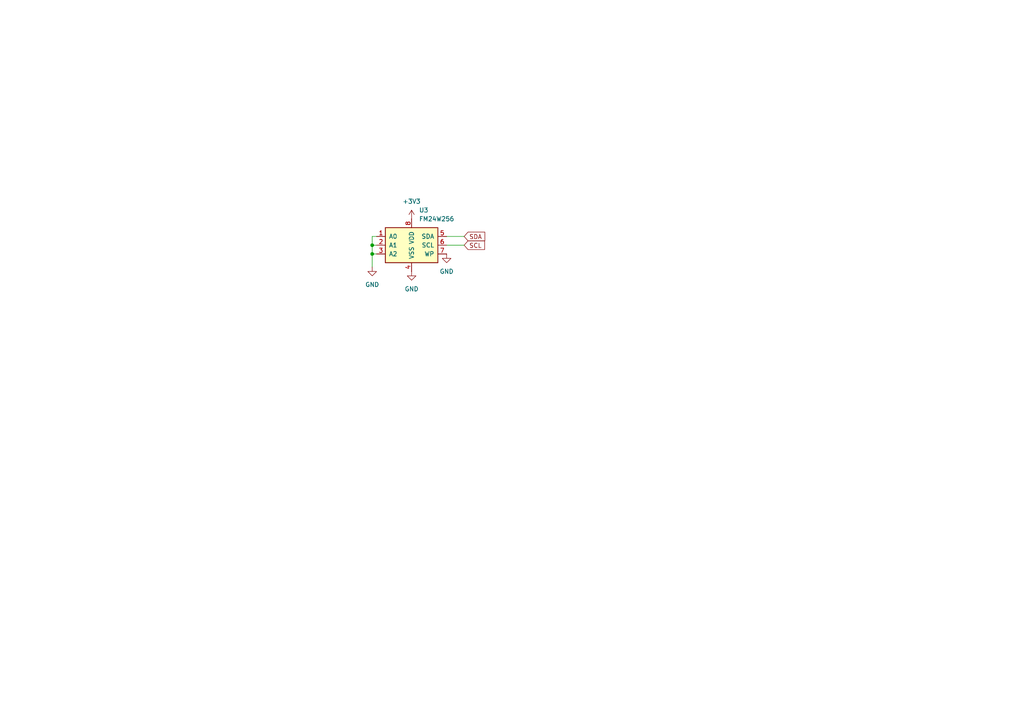
<source format=kicad_sch>
(kicad_sch
	(version 20250114)
	(generator "eeschema")
	(generator_version "9.0")
	(uuid "1cb0b0e5-893e-4ad3-ad17-ee882df57593")
	(paper "A4")
	(title_block
		(company "Astra Robotics")
	)
	(lib_symbols
		(symbol "Memory_NVRAM:FM24C64C"
			(pin_names
				(offset 1.016)
			)
			(exclude_from_sim no)
			(in_bom yes)
			(on_board yes)
			(property "Reference" "U"
				(at -5.08 8.89 0)
				(effects
					(font
						(size 1.27 1.27)
					)
				)
			)
			(property "Value" "FM24C64C"
				(at 6.35 -8.89 0)
				(effects
					(font
						(size 1.27 1.27)
					)
				)
			)
			(property "Footprint" "Package_SO:SOIC-8_3.9x4.9mm_P1.27mm"
				(at 0 0 0)
				(effects
					(font
						(size 1.27 1.27)
					)
					(hide yes)
				)
			)
			(property "Datasheet" "http://www.cypress.com/file/41651/download"
				(at -5.08 8.89 0)
				(effects
					(font
						(size 1.27 1.27)
					)
					(hide yes)
				)
			)
			(property "Description" "64Kb serial FRAM nonvolatile Memory, SOIC-8"
				(at 0 0 0)
				(effects
					(font
						(size 1.27 1.27)
					)
					(hide yes)
				)
			)
			(property "ki_keywords" "FRAM I2C Serial 5V FRAM NVRAM"
				(at 0 0 0)
				(effects
					(font
						(size 1.27 1.27)
					)
					(hide yes)
				)
			)
			(property "ki_fp_filters" "SOIC*3.9x4.9mm*P1.27mm*"
				(at 0 0 0)
				(effects
					(font
						(size 1.27 1.27)
					)
					(hide yes)
				)
			)
			(symbol "FM24C64C_0_1"
				(rectangle
					(start -7.62 5.08)
					(end 7.62 -5.08)
					(stroke
						(width 0.254)
						(type default)
					)
					(fill
						(type background)
					)
				)
			)
			(symbol "FM24C64C_1_1"
				(pin input line
					(at -10.16 2.54 0)
					(length 2.54)
					(name "A0"
						(effects
							(font
								(size 1.27 1.27)
							)
						)
					)
					(number "1"
						(effects
							(font
								(size 1.27 1.27)
							)
						)
					)
				)
				(pin input line
					(at -10.16 0 0)
					(length 2.54)
					(name "A1"
						(effects
							(font
								(size 1.27 1.27)
							)
						)
					)
					(number "2"
						(effects
							(font
								(size 1.27 1.27)
							)
						)
					)
				)
				(pin input line
					(at -10.16 -2.54 0)
					(length 2.54)
					(name "A2"
						(effects
							(font
								(size 1.27 1.27)
							)
						)
					)
					(number "3"
						(effects
							(font
								(size 1.27 1.27)
							)
						)
					)
				)
				(pin power_in line
					(at 0 7.62 270)
					(length 2.54)
					(name "VDD"
						(effects
							(font
								(size 1.27 1.27)
							)
						)
					)
					(number "8"
						(effects
							(font
								(size 1.27 1.27)
							)
						)
					)
				)
				(pin power_in line
					(at 0 -7.62 90)
					(length 2.54)
					(name "VSS"
						(effects
							(font
								(size 1.27 1.27)
							)
						)
					)
					(number "4"
						(effects
							(font
								(size 1.27 1.27)
							)
						)
					)
				)
				(pin bidirectional line
					(at 10.16 2.54 180)
					(length 2.54)
					(name "SDA"
						(effects
							(font
								(size 1.27 1.27)
							)
						)
					)
					(number "5"
						(effects
							(font
								(size 1.27 1.27)
							)
						)
					)
				)
				(pin input line
					(at 10.16 0 180)
					(length 2.54)
					(name "SCL"
						(effects
							(font
								(size 1.27 1.27)
							)
						)
					)
					(number "6"
						(effects
							(font
								(size 1.27 1.27)
							)
						)
					)
				)
				(pin input line
					(at 10.16 -2.54 180)
					(length 2.54)
					(name "WP"
						(effects
							(font
								(size 1.27 1.27)
							)
						)
					)
					(number "7"
						(effects
							(font
								(size 1.27 1.27)
							)
						)
					)
				)
			)
			(embedded_fonts no)
		)
		(symbol "power:+3V3"
			(power)
			(pin_numbers
				(hide yes)
			)
			(pin_names
				(offset 0)
				(hide yes)
			)
			(exclude_from_sim no)
			(in_bom yes)
			(on_board yes)
			(property "Reference" "#PWR"
				(at 0 -3.81 0)
				(effects
					(font
						(size 1.27 1.27)
					)
					(hide yes)
				)
			)
			(property "Value" "+3V3"
				(at 0 3.556 0)
				(effects
					(font
						(size 1.27 1.27)
					)
				)
			)
			(property "Footprint" ""
				(at 0 0 0)
				(effects
					(font
						(size 1.27 1.27)
					)
					(hide yes)
				)
			)
			(property "Datasheet" ""
				(at 0 0 0)
				(effects
					(font
						(size 1.27 1.27)
					)
					(hide yes)
				)
			)
			(property "Description" "Power symbol creates a global label with name \"+3V3\""
				(at 0 0 0)
				(effects
					(font
						(size 1.27 1.27)
					)
					(hide yes)
				)
			)
			(property "ki_keywords" "global power"
				(at 0 0 0)
				(effects
					(font
						(size 1.27 1.27)
					)
					(hide yes)
				)
			)
			(symbol "+3V3_0_1"
				(polyline
					(pts
						(xy -0.762 1.27) (xy 0 2.54)
					)
					(stroke
						(width 0)
						(type default)
					)
					(fill
						(type none)
					)
				)
				(polyline
					(pts
						(xy 0 2.54) (xy 0.762 1.27)
					)
					(stroke
						(width 0)
						(type default)
					)
					(fill
						(type none)
					)
				)
				(polyline
					(pts
						(xy 0 0) (xy 0 2.54)
					)
					(stroke
						(width 0)
						(type default)
					)
					(fill
						(type none)
					)
				)
			)
			(symbol "+3V3_1_1"
				(pin power_in line
					(at 0 0 90)
					(length 0)
					(name "~"
						(effects
							(font
								(size 1.27 1.27)
							)
						)
					)
					(number "1"
						(effects
							(font
								(size 1.27 1.27)
							)
						)
					)
				)
			)
			(embedded_fonts no)
		)
		(symbol "power:GND"
			(power)
			(pin_numbers
				(hide yes)
			)
			(pin_names
				(offset 0)
				(hide yes)
			)
			(exclude_from_sim no)
			(in_bom yes)
			(on_board yes)
			(property "Reference" "#PWR"
				(at 0 -6.35 0)
				(effects
					(font
						(size 1.27 1.27)
					)
					(hide yes)
				)
			)
			(property "Value" "GND"
				(at 0 -3.81 0)
				(effects
					(font
						(size 1.27 1.27)
					)
				)
			)
			(property "Footprint" ""
				(at 0 0 0)
				(effects
					(font
						(size 1.27 1.27)
					)
					(hide yes)
				)
			)
			(property "Datasheet" ""
				(at 0 0 0)
				(effects
					(font
						(size 1.27 1.27)
					)
					(hide yes)
				)
			)
			(property "Description" "Power symbol creates a global label with name \"GND\" , ground"
				(at 0 0 0)
				(effects
					(font
						(size 1.27 1.27)
					)
					(hide yes)
				)
			)
			(property "ki_keywords" "global power"
				(at 0 0 0)
				(effects
					(font
						(size 1.27 1.27)
					)
					(hide yes)
				)
			)
			(symbol "GND_0_1"
				(polyline
					(pts
						(xy 0 0) (xy 0 -1.27) (xy 1.27 -1.27) (xy 0 -2.54) (xy -1.27 -1.27) (xy 0 -1.27)
					)
					(stroke
						(width 0)
						(type default)
					)
					(fill
						(type none)
					)
				)
			)
			(symbol "GND_1_1"
				(pin power_in line
					(at 0 0 270)
					(length 0)
					(name "~"
						(effects
							(font
								(size 1.27 1.27)
							)
						)
					)
					(number "1"
						(effects
							(font
								(size 1.27 1.27)
							)
						)
					)
				)
			)
			(embedded_fonts no)
		)
	)
	(junction
		(at 107.95 73.66)
		(diameter 0)
		(color 0 0 0 0)
		(uuid "23e8818c-d5ed-4e9c-bff1-81c9365d9ed0")
	)
	(junction
		(at 107.95 71.12)
		(diameter 0)
		(color 0 0 0 0)
		(uuid "9202161a-fc08-43bf-97e5-4864a51957aa")
	)
	(wire
		(pts
			(xy 129.54 71.12) (xy 134.62 71.12)
		)
		(stroke
			(width 0)
			(type default)
		)
		(uuid "28510802-9256-4beb-8eaf-5e88566e0d36")
	)
	(wire
		(pts
			(xy 109.22 68.58) (xy 107.95 68.58)
		)
		(stroke
			(width 0)
			(type default)
		)
		(uuid "36f23383-0f00-486d-9da5-20bde09a2512")
	)
	(wire
		(pts
			(xy 129.54 68.58) (xy 134.62 68.58)
		)
		(stroke
			(width 0)
			(type default)
		)
		(uuid "47911841-d1f4-4596-b4cc-b15a0baea389")
	)
	(wire
		(pts
			(xy 107.95 73.66) (xy 109.22 73.66)
		)
		(stroke
			(width 0)
			(type default)
		)
		(uuid "962e280a-2326-41e3-a086-5c3ab8237045")
	)
	(wire
		(pts
			(xy 107.95 68.58) (xy 107.95 71.12)
		)
		(stroke
			(width 0)
			(type default)
		)
		(uuid "c4484dc5-a1ce-481a-a74c-eda0c6b12d8e")
	)
	(wire
		(pts
			(xy 109.22 71.12) (xy 107.95 71.12)
		)
		(stroke
			(width 0)
			(type default)
		)
		(uuid "e0388d58-df5d-4f97-943c-66848b904e53")
	)
	(wire
		(pts
			(xy 107.95 71.12) (xy 107.95 73.66)
		)
		(stroke
			(width 0)
			(type default)
		)
		(uuid "e0769264-349e-4aaf-8d02-28f531e47593")
	)
	(wire
		(pts
			(xy 107.95 77.47) (xy 107.95 73.66)
		)
		(stroke
			(width 0)
			(type default)
		)
		(uuid "f8024d7b-dd11-4361-80bc-e085712b769d")
	)
	(global_label "SCL"
		(shape input)
		(at 134.62 71.12 0)
		(fields_autoplaced yes)
		(effects
			(font
				(size 1.27 1.27)
			)
			(justify left)
		)
		(uuid "91bcf53c-8b70-4ad7-a86d-864396a334d0")
		(property "Intersheetrefs" "${INTERSHEET_REFS}"
			(at 141.1128 71.12 0)
			(effects
				(font
					(size 1.27 1.27)
				)
				(justify left)
				(hide yes)
			)
		)
	)
	(global_label "SDA"
		(shape input)
		(at 134.62 68.58 0)
		(fields_autoplaced yes)
		(effects
			(font
				(size 1.27 1.27)
			)
			(justify left)
		)
		(uuid "fdea4e71-674f-4ead-b125-31fda220769a")
		(property "Intersheetrefs" "${INTERSHEET_REFS}"
			(at 141.1733 68.58 0)
			(effects
				(font
					(size 1.27 1.27)
				)
				(justify left)
				(hide yes)
			)
		)
	)
	(symbol
		(lib_id "power:+3V3")
		(at 119.38 63.5 0)
		(unit 1)
		(exclude_from_sim no)
		(in_bom yes)
		(on_board yes)
		(dnp no)
		(fields_autoplaced yes)
		(uuid "42db0206-2f8b-4205-aae8-62af1a6e706f")
		(property "Reference" "#PWR071"
			(at 119.38 67.31 0)
			(effects
				(font
					(size 1.27 1.27)
				)
				(hide yes)
			)
		)
		(property "Value" "+3V3"
			(at 119.38 58.42 0)
			(effects
				(font
					(size 1.27 1.27)
				)
			)
		)
		(property "Footprint" ""
			(at 119.38 63.5 0)
			(effects
				(font
					(size 1.27 1.27)
				)
				(hide yes)
			)
		)
		(property "Datasheet" ""
			(at 119.38 63.5 0)
			(effects
				(font
					(size 1.27 1.27)
				)
				(hide yes)
			)
		)
		(property "Description" "Power symbol creates a global label with name \"+3V3\""
			(at 119.38 63.5 0)
			(effects
				(font
					(size 1.27 1.27)
				)
				(hide yes)
			)
		)
		(pin "1"
			(uuid "ef7c55c1-f545-489b-a8ab-767e283b7ef2")
		)
		(instances
			(project ""
				(path "/6379cb09-8427-484b-8caa-23471c63c9c8/72d6f831-c975-4fd9-b56c-1adb5b5a2d8c"
					(reference "#PWR071")
					(unit 1)
				)
			)
		)
	)
	(symbol
		(lib_id "power:GND")
		(at 129.54 73.66 0)
		(unit 1)
		(exclude_from_sim no)
		(in_bom yes)
		(on_board yes)
		(dnp no)
		(fields_autoplaced yes)
		(uuid "5a437a1f-6296-4e61-8691-f625fbc51751")
		(property "Reference" "#PWR069"
			(at 129.54 80.01 0)
			(effects
				(font
					(size 1.27 1.27)
				)
				(hide yes)
			)
		)
		(property "Value" "GND"
			(at 129.54 78.74 0)
			(effects
				(font
					(size 1.27 1.27)
				)
			)
		)
		(property "Footprint" ""
			(at 129.54 73.66 0)
			(effects
				(font
					(size 1.27 1.27)
				)
				(hide yes)
			)
		)
		(property "Datasheet" ""
			(at 129.54 73.66 0)
			(effects
				(font
					(size 1.27 1.27)
				)
				(hide yes)
			)
		)
		(property "Description" "Power symbol creates a global label with name \"GND\" , ground"
			(at 129.54 73.66 0)
			(effects
				(font
					(size 1.27 1.27)
				)
				(hide yes)
			)
		)
		(pin "1"
			(uuid "df3c820f-1463-4e43-90f5-70a5c80bcc3d")
		)
		(instances
			(project ""
				(path "/6379cb09-8427-484b-8caa-23471c63c9c8/72d6f831-c975-4fd9-b56c-1adb5b5a2d8c"
					(reference "#PWR069")
					(unit 1)
				)
			)
		)
	)
	(symbol
		(lib_id "power:GND")
		(at 107.95 77.47 0)
		(unit 1)
		(exclude_from_sim no)
		(in_bom yes)
		(on_board yes)
		(dnp no)
		(fields_autoplaced yes)
		(uuid "76f1fb1f-4978-4ccf-b52f-73e2185ba4c7")
		(property "Reference" "#PWR070"
			(at 107.95 83.82 0)
			(effects
				(font
					(size 1.27 1.27)
				)
				(hide yes)
			)
		)
		(property "Value" "GND"
			(at 107.95 82.55 0)
			(effects
				(font
					(size 1.27 1.27)
				)
			)
		)
		(property "Footprint" ""
			(at 107.95 77.47 0)
			(effects
				(font
					(size 1.27 1.27)
				)
				(hide yes)
			)
		)
		(property "Datasheet" ""
			(at 107.95 77.47 0)
			(effects
				(font
					(size 1.27 1.27)
				)
				(hide yes)
			)
		)
		(property "Description" "Power symbol creates a global label with name \"GND\" , ground"
			(at 107.95 77.47 0)
			(effects
				(font
					(size 1.27 1.27)
				)
				(hide yes)
			)
		)
		(pin "1"
			(uuid "df3c820f-1463-4e43-90f5-70a5c80bcc3e")
		)
		(instances
			(project ""
				(path "/6379cb09-8427-484b-8caa-23471c63c9c8/72d6f831-c975-4fd9-b56c-1adb5b5a2d8c"
					(reference "#PWR070")
					(unit 1)
				)
			)
		)
	)
	(symbol
		(lib_id "power:GND")
		(at 119.38 78.74 0)
		(unit 1)
		(exclude_from_sim no)
		(in_bom yes)
		(on_board yes)
		(dnp no)
		(fields_autoplaced yes)
		(uuid "ada71206-f94d-4fb5-8d9f-166cfca4f451")
		(property "Reference" "#PWR068"
			(at 119.38 85.09 0)
			(effects
				(font
					(size 1.27 1.27)
				)
				(hide yes)
			)
		)
		(property "Value" "GND"
			(at 119.38 83.82 0)
			(effects
				(font
					(size 1.27 1.27)
				)
			)
		)
		(property "Footprint" ""
			(at 119.38 78.74 0)
			(effects
				(font
					(size 1.27 1.27)
				)
				(hide yes)
			)
		)
		(property "Datasheet" ""
			(at 119.38 78.74 0)
			(effects
				(font
					(size 1.27 1.27)
				)
				(hide yes)
			)
		)
		(property "Description" "Power symbol creates a global label with name \"GND\" , ground"
			(at 119.38 78.74 0)
			(effects
				(font
					(size 1.27 1.27)
				)
				(hide yes)
			)
		)
		(pin "1"
			(uuid "df3c820f-1463-4e43-90f5-70a5c80bcc3f")
		)
		(instances
			(project ""
				(path "/6379cb09-8427-484b-8caa-23471c63c9c8/72d6f831-c975-4fd9-b56c-1adb5b5a2d8c"
					(reference "#PWR068")
					(unit 1)
				)
			)
		)
	)
	(symbol
		(lib_id "Memory_NVRAM:FM24C64C")
		(at 119.38 71.12 0)
		(unit 1)
		(exclude_from_sim no)
		(in_bom yes)
		(on_board yes)
		(dnp no)
		(fields_autoplaced yes)
		(uuid "cc144d15-6ff6-440a-bcbd-299ceeb8cf28")
		(property "Reference" "U3"
			(at 121.5233 60.96 0)
			(effects
				(font
					(size 1.27 1.27)
				)
				(justify left)
			)
		)
		(property "Value" "FM24W256"
			(at 121.5233 63.5 0)
			(effects
				(font
					(size 1.27 1.27)
				)
				(justify left)
			)
		)
		(property "Footprint" "Package_SO:SOIC-8_3.9x4.9mm_P1.27mm"
			(at 119.38 71.12 0)
			(effects
				(font
					(size 1.27 1.27)
				)
				(hide yes)
			)
		)
		(property "Datasheet" "http://www.cypress.com/file/41651/download"
			(at 114.3 62.23 0)
			(effects
				(font
					(size 1.27 1.27)
				)
				(hide yes)
			)
		)
		(property "Description" "64Kb serial FRAM nonvolatile Memory, SOIC-8"
			(at 119.38 71.12 0)
			(effects
				(font
					(size 1.27 1.27)
				)
				(hide yes)
			)
		)
		(pin "4"
			(uuid "4e337d23-8c0a-4647-a40e-80463e37d902")
		)
		(pin "6"
			(uuid "1421cba2-79ab-4e5b-9878-5b2c52e7740d")
		)
		(pin "3"
			(uuid "9722cb2d-54d3-40cb-8371-1e35bca07df8")
		)
		(pin "2"
			(uuid "97e1516b-cc8c-4cc1-bb9d-1dd79010eea2")
		)
		(pin "7"
			(uuid "6c7a861c-4702-459e-9776-24b201eb2d81")
		)
		(pin "8"
			(uuid "03c0afcb-67ee-4d8f-a851-d79ac675e04d")
		)
		(pin "1"
			(uuid "a9263774-19aa-4037-ba6e-923279e9a1ae")
		)
		(pin "5"
			(uuid "c6798e13-e6fd-4c3c-be56-5d6882ef541f")
		)
		(instances
			(project ""
				(path "/6379cb09-8427-484b-8caa-23471c63c9c8/72d6f831-c975-4fd9-b56c-1adb5b5a2d8c"
					(reference "U3")
					(unit 1)
				)
			)
		)
	)
)

</source>
